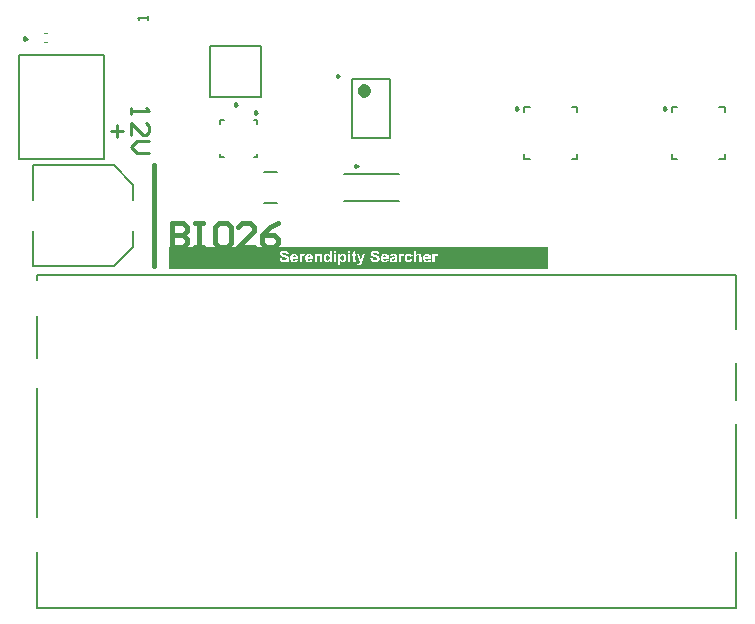
<source format=gto>
G04*
G04 #@! TF.GenerationSoftware,Altium Limited,Altium Designer,19.1.8 (144)*
G04*
G04 Layer_Color=65535*
%FSLAX25Y25*%
%MOIN*%
G70*
G01*
G75*
%ADD10C,0.00984*%
%ADD11C,0.02362*%
%ADD12C,0.00787*%
%ADD13C,0.01575*%
%ADD14C,0.01000*%
%ADD15C,0.00600*%
%ADD16R,0.01378X0.00197*%
%ADD17R,0.00492X0.03150*%
%ADD18R,0.01476X0.00197*%
G36*
X181102Y113779D02*
X54724D01*
Y121094D01*
X181102D01*
Y113779D01*
D02*
G37*
%LPC*%
G36*
X124854Y119913D02*
D01*
Y117169D01*
X124852Y117235D01*
X124849Y117297D01*
X124841Y117358D01*
X124830Y117415D01*
X124819Y117467D01*
X124805Y117516D01*
X124792Y117562D01*
X124778Y117603D01*
X124764Y117641D01*
X124751Y117674D01*
X124737Y117702D01*
X124726Y117726D01*
X124715Y117745D01*
X124707Y117759D01*
X124704Y117767D01*
X124701Y117770D01*
X124671Y117814D01*
X124642Y117857D01*
X124573Y117934D01*
X124538Y117969D01*
X124502Y117999D01*
X124469Y118029D01*
X124437Y118054D01*
X124404Y118078D01*
X124377Y118097D01*
X124349Y118114D01*
X124328Y118130D01*
X124308Y118141D01*
X124295Y118149D01*
X124287Y118152D01*
X124284Y118155D01*
X124232Y118182D01*
X124172Y118207D01*
X124109Y118234D01*
X124044Y118259D01*
X123907Y118305D01*
X123839Y118324D01*
X123773Y118346D01*
X123711Y118362D01*
X123653Y118379D01*
X123599Y118392D01*
X123552Y118406D01*
X123514Y118414D01*
X123487Y118422D01*
X123476Y118425D01*
X123468D01*
X123465Y118428D01*
X123462D01*
X123364Y118452D01*
X123271Y118477D01*
X123192Y118499D01*
X123118Y118523D01*
X123053Y118545D01*
X122995Y118567D01*
X122946Y118586D01*
X122903Y118605D01*
X122867Y118622D01*
X122837Y118635D01*
X122812Y118649D01*
X122793Y118660D01*
X122777Y118671D01*
X122769Y118676D01*
X122763Y118682D01*
X122760D01*
X122722Y118720D01*
X122695Y118758D01*
X122676Y118796D01*
X122662Y118832D01*
X122654Y118865D01*
X122651Y118889D01*
X122649Y118905D01*
Y118908D01*
Y118911D01*
X122651Y118938D01*
X122654Y118963D01*
X122668Y119009D01*
X122687Y119047D01*
X122709Y119080D01*
X122731Y119107D01*
X122750Y119127D01*
X122763Y119140D01*
X122769Y119143D01*
X122807Y119168D01*
X122845Y119189D01*
X122886Y119209D01*
X122930Y119225D01*
X123017Y119249D01*
X123099Y119266D01*
X123140Y119271D01*
X123176Y119274D01*
X123208Y119277D01*
X123235Y119280D01*
X123257Y119282D01*
X123347D01*
X123405Y119277D01*
X123454Y119271D01*
X123500Y119263D01*
X123544Y119252D01*
X123585Y119241D01*
X123620Y119230D01*
X123653Y119219D01*
X123680Y119206D01*
X123705Y119195D01*
X123727Y119184D01*
X123743Y119173D01*
X123757Y119165D01*
X123765Y119159D01*
X123771Y119157D01*
X123773Y119154D01*
X123803Y119129D01*
X123828Y119099D01*
X123874Y119034D01*
X123910Y118966D01*
X123940Y118897D01*
X123951Y118865D01*
X123959Y118834D01*
X123967Y118807D01*
X123973Y118783D01*
X123978Y118763D01*
X123981Y118750D01*
X123984Y118739D01*
Y118736D01*
X124745Y118769D01*
X124737Y118865D01*
X124723Y118955D01*
X124704Y119039D01*
X124677Y119118D01*
X124650Y119192D01*
X124617Y119260D01*
X124584Y119323D01*
X124549Y119378D01*
X124513Y119430D01*
X124480Y119473D01*
X124450Y119512D01*
X124423Y119542D01*
X124399Y119566D01*
X124382Y119585D01*
X124371Y119596D01*
X124366Y119599D01*
X124295Y119653D01*
X124218Y119703D01*
X124134Y119744D01*
X124049Y119782D01*
X123959Y119812D01*
X123869Y119836D01*
X123782Y119858D01*
X123697Y119875D01*
X123615Y119886D01*
X123541Y119896D01*
X123473Y119905D01*
X123413Y119907D01*
X123386Y119910D01*
X123364D01*
X123345Y119913D01*
X123296D01*
X123216Y119910D01*
X123140Y119907D01*
X123066Y119902D01*
X122995Y119891D01*
X122930Y119883D01*
X122870Y119872D01*
X122812Y119858D01*
X122760Y119847D01*
X122714Y119834D01*
X122673Y119823D01*
X122638Y119809D01*
X122608Y119801D01*
X122586Y119793D01*
X122567Y119784D01*
X122556Y119782D01*
X122553Y119779D01*
X122496Y119755D01*
X122444Y119725D01*
X122395Y119694D01*
X122348Y119664D01*
X122307Y119632D01*
X122269Y119602D01*
X122234Y119569D01*
X122201Y119539D01*
X122174Y119509D01*
X122149Y119484D01*
X122127Y119460D01*
X122111Y119438D01*
X122097Y119422D01*
X122089Y119408D01*
X122083Y119400D01*
X122081Y119397D01*
X122053Y119351D01*
X122029Y119301D01*
X122007Y119255D01*
X121988Y119206D01*
X121971Y119159D01*
X121958Y119116D01*
X121950Y119072D01*
X121939Y119034D01*
X121933Y118996D01*
X121928Y118960D01*
X121925Y118930D01*
X121922Y118905D01*
X121920Y118884D01*
Y118870D01*
Y118859D01*
Y118856D01*
X121922Y118774D01*
X121933Y118695D01*
X121952Y118619D01*
X121974Y118548D01*
X121999Y118482D01*
X122029Y118420D01*
X122062Y118362D01*
X122094Y118310D01*
X122124Y118261D01*
X122157Y118220D01*
X122187Y118182D01*
X122212Y118152D01*
X122234Y118130D01*
X122253Y118111D01*
X122264Y118100D01*
X122266Y118097D01*
X122318Y118056D01*
X122376Y118018D01*
X122438Y117980D01*
X122507Y117945D01*
X122575Y117912D01*
X122649Y117882D01*
X122720Y117854D01*
X122791Y117827D01*
X122856Y117805D01*
X122919Y117783D01*
X122976Y117764D01*
X123028Y117751D01*
X123069Y117740D01*
X123085Y117734D01*
X123099Y117732D01*
X123110Y117726D01*
X123118D01*
X123124Y117723D01*
X123126D01*
X123211Y117702D01*
X123290Y117682D01*
X123361Y117666D01*
X123424Y117650D01*
X123481Y117633D01*
X123530Y117620D01*
X123574Y117609D01*
X123612Y117598D01*
X123642Y117590D01*
X123670Y117581D01*
X123691Y117573D01*
X123711Y117568D01*
X123722Y117565D01*
X123732Y117562D01*
X123735Y117560D01*
X123738D01*
X123773Y117546D01*
X123806Y117532D01*
X123863Y117505D01*
X123913Y117475D01*
X123951Y117450D01*
X123978Y117426D01*
X123997Y117409D01*
X124011Y117399D01*
X124014Y117393D01*
X124041Y117358D01*
X124060Y117319D01*
X124074Y117281D01*
X124082Y117246D01*
X124090Y117213D01*
X124093Y117188D01*
Y117172D01*
Y117169D01*
Y117166D01*
X124090Y117128D01*
X124084Y117090D01*
X124076Y117057D01*
X124063Y117022D01*
X124033Y116962D01*
X124000Y116907D01*
X123981Y116885D01*
X123964Y116863D01*
X123948Y116847D01*
X123934Y116831D01*
X123921Y116820D01*
X123913Y116812D01*
X123907Y116806D01*
X123904Y116803D01*
X123869Y116776D01*
X123828Y116752D01*
X123784Y116732D01*
X123741Y116713D01*
X123694Y116700D01*
X123648Y116686D01*
X123558Y116667D01*
X123517Y116661D01*
X123476Y116656D01*
X123440Y116653D01*
X123410Y116650D01*
X123386Y116648D01*
X123350D01*
X123287Y116650D01*
X123227Y116656D01*
X123170Y116664D01*
X123115Y116675D01*
X123066Y116689D01*
X123023Y116702D01*
X122979Y116719D01*
X122943Y116735D01*
X122908Y116752D01*
X122881Y116768D01*
X122853Y116781D01*
X122834Y116795D01*
X122818Y116806D01*
X122807Y116814D01*
X122799Y116820D01*
X122796Y116823D01*
X122760Y116858D01*
X122725Y116896D01*
X122695Y116937D01*
X122668Y116981D01*
X122643Y117027D01*
X122621Y117074D01*
X122583Y117164D01*
X122569Y117205D01*
X122558Y117243D01*
X122548Y117278D01*
X122539Y117311D01*
X122534Y117336D01*
X122528Y117355D01*
X122526Y117366D01*
Y117371D01*
X121783Y117300D01*
D01*
X121800Y117186D01*
X121824Y117076D01*
X121851Y116975D01*
X121887Y116880D01*
X121922Y116795D01*
X121961Y116716D01*
X121999Y116642D01*
X122040Y116579D01*
X122078Y116522D01*
X122114Y116473D01*
X122149Y116429D01*
X122179Y116397D01*
X122204Y116369D01*
X122223Y116350D01*
X122234Y116337D01*
X122239Y116334D01*
X122316Y116277D01*
X122397Y116225D01*
X122485Y116181D01*
X122575Y116143D01*
X122665Y116110D01*
X122758Y116085D01*
X122848Y116064D01*
X122935Y116044D01*
X123017Y116031D01*
X123094Y116020D01*
X123164Y116014D01*
X123225Y116009D01*
X123249Y116006D01*
X123274D01*
X123293Y116004D01*
X121783D01*
D01*
X124854D01*
Y119913D01*
D02*
G37*
G36*
X94650D02*
X93091D01*
X93012Y119910D01*
X92935Y119907D01*
X92861Y119902D01*
X92791Y119891D01*
X92725Y119883D01*
X92665Y119872D01*
X92608Y119858D01*
X92556Y119847D01*
X92509Y119834D01*
X92468Y119823D01*
X92433Y119809D01*
X92403Y119801D01*
X92381Y119793D01*
X92362Y119784D01*
X92351Y119782D01*
X92348Y119779D01*
X92291Y119755D01*
X92239Y119725D01*
X92190Y119694D01*
X92144Y119664D01*
X92103Y119632D01*
X92064Y119602D01*
X92029Y119569D01*
X91996Y119539D01*
X91969Y119509D01*
X91944Y119484D01*
X91922Y119460D01*
X91906Y119438D01*
X91892Y119422D01*
X91884Y119408D01*
X91879Y119400D01*
X91876Y119397D01*
X91849Y119351D01*
X91824Y119301D01*
X91802Y119255D01*
X91783Y119206D01*
X91767Y119159D01*
X91753Y119116D01*
X91745Y119072D01*
X91734Y119034D01*
X91729Y118996D01*
X91723Y118960D01*
X91720Y118930D01*
X91718Y118905D01*
X91715Y118884D01*
Y118870D01*
Y118859D01*
Y118856D01*
X91718Y118774D01*
X91729Y118695D01*
X91748Y118619D01*
X91769Y118548D01*
X91794Y118482D01*
X91824Y118420D01*
X91857Y118362D01*
X91890Y118310D01*
X91920Y118261D01*
X91952Y118220D01*
X91983Y118182D01*
X92007Y118152D01*
X92029Y118130D01*
X92048Y118111D01*
X92059Y118100D01*
X92062Y118097D01*
X92114Y118056D01*
X92171Y118018D01*
X92234Y117980D01*
X92302Y117945D01*
X92370Y117912D01*
X92444Y117882D01*
X92515Y117854D01*
X92586Y117827D01*
X92651Y117805D01*
X92714Y117783D01*
X92772Y117764D01*
X92823Y117751D01*
X92864Y117740D01*
X92881Y117734D01*
X92894Y117732D01*
X92905Y117726D01*
X92913D01*
X92919Y117723D01*
X92922D01*
X93006Y117702D01*
X93085Y117682D01*
X93156Y117666D01*
X93219Y117650D01*
X93277Y117633D01*
X93326Y117620D01*
X93369Y117609D01*
X93407Y117598D01*
X93438Y117590D01*
X93465Y117581D01*
X93487Y117573D01*
X93506Y117568D01*
X93517Y117565D01*
X93528Y117562D01*
X93530Y117560D01*
X93533D01*
X93569Y117546D01*
X93601Y117532D01*
X93659Y117505D01*
X93708Y117475D01*
X93746Y117450D01*
X93773Y117426D01*
X93792Y117409D01*
X93806Y117399D01*
X93809Y117393D01*
X93836Y117358D01*
X93855Y117319D01*
X93869Y117281D01*
X93877Y117246D01*
X93885Y117213D01*
X93888Y117188D01*
Y117172D01*
Y117169D01*
Y117166D01*
X93885Y117128D01*
X93880Y117090D01*
X93872Y117057D01*
X93858Y117022D01*
X93828Y116962D01*
X93795Y116907D01*
X93776Y116885D01*
X93760Y116863D01*
X93743Y116847D01*
X93730Y116831D01*
X93716Y116820D01*
X93708Y116812D01*
X93702Y116806D01*
X93700Y116803D01*
X93664Y116776D01*
X93623Y116752D01*
X93580Y116732D01*
X93536Y116713D01*
X93489Y116700D01*
X93443Y116686D01*
X93353Y116667D01*
X93312Y116661D01*
X93271Y116656D01*
X93236Y116653D01*
X93205Y116650D01*
X93181Y116648D01*
X93146D01*
X93083Y116650D01*
X93023Y116656D01*
X92965Y116664D01*
X92911Y116675D01*
X92861Y116689D01*
X92818Y116702D01*
X92774Y116719D01*
X92739Y116735D01*
X92703Y116752D01*
X92676Y116768D01*
X92649Y116781D01*
X92629Y116795D01*
X92613Y116806D01*
X92602Y116814D01*
X92594Y116820D01*
X92591Y116823D01*
X92556Y116858D01*
X92520Y116896D01*
X92490Y116937D01*
X92463Y116981D01*
X92438Y117027D01*
X92417Y117074D01*
X92378Y117164D01*
X92365Y117205D01*
X92354Y117243D01*
X92343Y117278D01*
X92335Y117311D01*
X92329Y117336D01*
X92324Y117355D01*
X92321Y117366D01*
Y117371D01*
X91578Y117300D01*
D01*
X91595Y117186D01*
X91619Y117076D01*
X91647Y116975D01*
X91682Y116880D01*
X91718Y116795D01*
X91756Y116716D01*
X91794Y116642D01*
X91835Y116579D01*
X91873Y116522D01*
X91909Y116473D01*
X91944Y116429D01*
X91974Y116397D01*
X91999Y116369D01*
X92018Y116350D01*
X92029Y116337D01*
X92034Y116334D01*
X92111Y116277D01*
X92193Y116225D01*
X92280Y116181D01*
X92370Y116143D01*
X92460Y116110D01*
X92553Y116085D01*
X92643Y116064D01*
X92730Y116044D01*
X92812Y116031D01*
X92889Y116020D01*
X92960Y116014D01*
X93020Y116009D01*
X93044Y116006D01*
X93069D01*
X93088Y116004D01*
X91578D01*
X93137D01*
X93227Y116006D01*
X93315Y116009D01*
X93397Y116017D01*
X93473Y116025D01*
X93544Y116036D01*
X93612Y116047D01*
X93675Y116058D01*
X93732Y116072D01*
X93782Y116085D01*
X93828Y116096D01*
X93866Y116107D01*
X93896Y116118D01*
X93923Y116126D01*
X93943Y116135D01*
X93954Y116137D01*
X93956Y116140D01*
X94016Y116167D01*
X94074Y116197D01*
X94125Y116230D01*
X94175Y116266D01*
X94221Y116298D01*
X94262Y116334D01*
X94300Y116369D01*
X94336Y116402D01*
X94366Y116435D01*
X94393Y116465D01*
X94415Y116492D01*
X94434Y116514D01*
X94448Y116533D01*
X94459Y116550D01*
X94464Y116558D01*
X94467Y116560D01*
X94499Y116615D01*
X94527Y116667D01*
X94551Y116721D01*
X94573Y116776D01*
X94590Y116828D01*
X94606Y116877D01*
X94617Y116926D01*
X94628Y116973D01*
X94633Y117014D01*
X94639Y117052D01*
X94644Y117085D01*
X94647Y117115D01*
X94650Y117136D01*
Y116004D01*
D01*
D01*
Y117169D01*
X94647Y117235D01*
X94644Y117297D01*
X94636Y117358D01*
X94625Y117415D01*
X94614Y117467D01*
X94600Y117516D01*
X94587Y117562D01*
X94573Y117603D01*
X94560Y117641D01*
X94546Y117674D01*
X94532Y117702D01*
X94521Y117726D01*
X94511Y117745D01*
X94502Y117759D01*
X94499Y117767D01*
X94497Y117770D01*
X94467Y117814D01*
X94437Y117857D01*
X94368Y117934D01*
X94333Y117969D01*
X94297Y117999D01*
X94265Y118029D01*
X94232Y118054D01*
X94199Y118078D01*
X94172Y118097D01*
X94145Y118114D01*
X94123Y118130D01*
X94104Y118141D01*
X94090Y118149D01*
X94082Y118152D01*
X94079Y118155D01*
X94027Y118182D01*
X93967Y118207D01*
X93904Y118234D01*
X93839Y118259D01*
X93702Y118305D01*
X93634Y118324D01*
X93569Y118346D01*
X93506Y118362D01*
X93449Y118379D01*
X93394Y118392D01*
X93348Y118406D01*
X93309Y118414D01*
X93282Y118422D01*
X93271Y118425D01*
X93263D01*
X93260Y118428D01*
X93257D01*
X93159Y118452D01*
X93066Y118477D01*
X92987Y118499D01*
X92913Y118523D01*
X92848Y118545D01*
X92791Y118567D01*
X92741Y118586D01*
X92698Y118605D01*
X92662Y118622D01*
X92632Y118635D01*
X92608Y118649D01*
X92589Y118660D01*
X92572Y118671D01*
X92564Y118676D01*
X92558Y118682D01*
X92556D01*
X92518Y118720D01*
X92490Y118758D01*
X92471Y118796D01*
X92457Y118832D01*
X92449Y118865D01*
X92447Y118889D01*
X92444Y118905D01*
Y118908D01*
Y118911D01*
X92447Y118938D01*
X92449Y118963D01*
X92463Y119009D01*
X92482Y119047D01*
X92504Y119080D01*
X92526Y119107D01*
X92545Y119127D01*
X92558Y119140D01*
X92564Y119143D01*
X92602Y119168D01*
X92640Y119189D01*
X92681Y119209D01*
X92725Y119225D01*
X92812Y119249D01*
X92894Y119266D01*
X92935Y119271D01*
X92971Y119274D01*
X93003Y119277D01*
X93031Y119280D01*
X93053Y119282D01*
X93143D01*
X93200Y119277D01*
X93249Y119271D01*
X93296Y119263D01*
X93339Y119252D01*
X93380Y119241D01*
X93416Y119230D01*
X93449Y119219D01*
X93476Y119206D01*
X93500Y119195D01*
X93522Y119184D01*
X93539Y119173D01*
X93552Y119165D01*
X93560Y119159D01*
X93566Y119157D01*
X93569Y119154D01*
X93599Y119129D01*
X93623Y119099D01*
X93670Y119034D01*
X93705Y118966D01*
X93735Y118897D01*
X93746Y118865D01*
X93754Y118834D01*
X93762Y118807D01*
X93768Y118783D01*
X93773Y118763D01*
X93776Y118750D01*
X93779Y118739D01*
Y118736D01*
X94541Y118769D01*
X94532Y118865D01*
X94519Y118955D01*
X94499Y119039D01*
X94472Y119118D01*
X94445Y119192D01*
X94412Y119260D01*
X94379Y119323D01*
X94344Y119378D01*
X94308Y119430D01*
X94276Y119473D01*
X94246Y119512D01*
X94218Y119542D01*
X94194Y119566D01*
X94177Y119585D01*
X94166Y119596D01*
X94161Y119599D01*
X94090Y119653D01*
X94014Y119703D01*
X93929Y119744D01*
X93844Y119782D01*
X93754Y119812D01*
X93664Y119836D01*
X93577Y119858D01*
X93492Y119875D01*
X93410Y119886D01*
X93337Y119896D01*
X93268Y119905D01*
X93208Y119907D01*
X93181Y119910D01*
X93159D01*
X93140Y119913D01*
X94650D01*
D02*
G37*
G36*
X108941Y119850D02*
X106269D01*
X108218D01*
Y118488D01*
X108152Y118556D01*
X108087Y118613D01*
X108021Y118665D01*
X107953Y118709D01*
X107885Y118747D01*
X107819Y118777D01*
X107756Y118802D01*
X107694Y118824D01*
X107639Y118837D01*
X107587Y118851D01*
X107541Y118859D01*
X107500Y118865D01*
X107467Y118867D01*
X107442Y118870D01*
X107423D01*
X107331Y118867D01*
X107243Y118854D01*
X107161Y118837D01*
X107082Y118813D01*
X107008Y118785D01*
X106940Y118755D01*
X106877Y118723D01*
X106820Y118690D01*
X106768Y118654D01*
X106725Y118622D01*
X106684Y118591D01*
X106653Y118564D01*
X106626Y118540D01*
X106610Y118523D01*
X106596Y118512D01*
X106593Y118507D01*
X106536Y118436D01*
X106487Y118357D01*
X106443Y118275D01*
X106405Y118187D01*
X106375Y118100D01*
X106348Y118013D01*
X106326Y117925D01*
X106309Y117841D01*
X106296Y117762D01*
X106285Y117688D01*
X106280Y117620D01*
X106274Y117562D01*
X106271Y117538D01*
Y117513D01*
X106269Y117494D01*
Y117448D01*
X106271Y117325D01*
X106282Y117207D01*
X106299Y117098D01*
X106320Y116995D01*
X106348Y116902D01*
X106375Y116814D01*
X106405Y116735D01*
X106438Y116664D01*
X106468Y116599D01*
X106498Y116544D01*
X106528Y116498D01*
X106553Y116459D01*
X106574Y116429D01*
X106591Y116405D01*
X106602Y116394D01*
X106604Y116388D01*
X106670Y116323D01*
X106735Y116263D01*
X106804Y116214D01*
X106872Y116170D01*
X106940Y116132D01*
X107008Y116102D01*
X107074Y116077D01*
X107134Y116055D01*
X107191Y116042D01*
X107246Y116028D01*
X107292Y116020D01*
X107333Y116014D01*
X107366Y116012D01*
X107391Y116009D01*
X106269D01*
X107412D01*
X107500Y116014D01*
X107582Y116028D01*
X107661Y116044D01*
X107729Y116066D01*
X107759Y116077D01*
X107786Y116088D01*
X107811Y116096D01*
X107833Y116104D01*
X107849Y116113D01*
X107860Y116118D01*
X107868Y116124D01*
X107871D01*
X107915Y116146D01*
X107953Y116173D01*
X108029Y116227D01*
X108098Y116285D01*
X108158Y116342D01*
X108182Y116369D01*
X108204Y116394D01*
X108223Y116416D01*
X108240Y116435D01*
X108253Y116451D01*
X108262Y116462D01*
X108267Y116470D01*
X108270Y116473D01*
Y116072D01*
X108941D01*
Y116012D01*
Y119850D01*
D02*
G37*
G36*
X99506Y118870D02*
X99482D01*
X99419Y118867D01*
X99359Y118856D01*
X99307Y118843D01*
X99261Y118826D01*
X99222Y118810D01*
X99192Y118796D01*
X99181Y118791D01*
X99173Y118785D01*
X99171Y118783D01*
X99168D01*
X99143Y118763D01*
X99116Y118742D01*
X99089Y118717D01*
X99061Y118690D01*
X99010Y118630D01*
X98963Y118570D01*
X98922Y118512D01*
X98903Y118485D01*
X98889Y118463D01*
X98876Y118447D01*
X98867Y118430D01*
X98862Y118422D01*
X98859Y118420D01*
Y118810D01*
X98188D01*
D01*
D01*
Y116072D01*
X99962D01*
X98911D01*
Y116915D01*
Y116981D01*
Y117041D01*
X98914Y117156D01*
X98917Y117259D01*
X98919Y117355D01*
X98925Y117437D01*
X98930Y117513D01*
X98936Y117579D01*
X98941Y117636D01*
X98947Y117685D01*
X98952Y117726D01*
X98958Y117762D01*
X98963Y117789D01*
X98966Y117808D01*
X98969Y117822D01*
X98971Y117830D01*
Y117833D01*
X98982Y117871D01*
X98996Y117909D01*
X99010Y117942D01*
X99023Y117972D01*
X99037Y117999D01*
X99050Y118024D01*
X99075Y118067D01*
X99100Y118097D01*
X99119Y118119D01*
X99130Y118133D01*
X99135Y118136D01*
X99176Y118163D01*
X99220Y118185D01*
X99263Y118198D01*
X99304Y118209D01*
X99340Y118215D01*
X99370Y118220D01*
X99424D01*
X99454Y118215D01*
X99515Y118201D01*
X99572Y118182D01*
X99624Y118160D01*
X99670Y118138D01*
X99689Y118127D01*
X99706Y118119D01*
X99717Y118111D01*
X99727Y118106D01*
X99733Y118103D01*
X99736Y118100D01*
X99962Y118731D01*
X99919Y118755D01*
X99875Y118777D01*
X99831Y118796D01*
X99790Y118813D01*
X99708Y118837D01*
X99635Y118854D01*
X99602Y118859D01*
X99572Y118862D01*
X99547Y118865D01*
X99525Y118867D01*
X99506Y118870D01*
D02*
G37*
G36*
X112651D02*
X112578D01*
X112529Y118865D01*
X112436Y118851D01*
X112351Y118829D01*
X112313Y118818D01*
X112277Y118807D01*
X112244Y118794D01*
X112215Y118783D01*
X112190Y118772D01*
X112168Y118761D01*
X112152Y118753D01*
X112141Y118747D01*
X112133Y118744D01*
X112130Y118742D01*
X112051Y118690D01*
X111980Y118635D01*
X111920Y118578D01*
X111868Y118526D01*
X111846Y118501D01*
X111830Y118480D01*
X111813Y118458D01*
X111800Y118441D01*
X111789Y118425D01*
X111780Y118414D01*
X111778Y118409D01*
X111775Y118406D01*
Y118810D01*
X111101D01*
D01*
Y115032D01*
X111824D01*
Y116408D01*
X111862Y116369D01*
X111898Y116331D01*
X111936Y116298D01*
X111969Y116268D01*
X112004Y116238D01*
X112034Y116214D01*
X112092Y116173D01*
X112119Y116154D01*
X112141Y116140D01*
X112160Y116126D01*
X112176Y116115D01*
X112190Y116110D01*
X112201Y116104D01*
X112206Y116099D01*
X112209D01*
X112280Y116069D01*
X112351Y116047D01*
X112422Y116031D01*
X112487Y116020D01*
X112515Y116017D01*
X112542Y116014D01*
X112564Y116012D01*
X112586D01*
X112602Y116009D01*
X112624D01*
X112711Y116014D01*
X112796Y116025D01*
X112878Y116044D01*
X112952Y116069D01*
X113025Y116096D01*
X113091Y116129D01*
X113154Y116165D01*
X113211Y116200D01*
X113260Y116233D01*
X113306Y116268D01*
X113345Y116301D01*
X113377Y116328D01*
X113405Y116353D01*
X113421Y116372D01*
X113435Y116383D01*
X113438Y116388D01*
X113498Y116462D01*
X113549Y116544D01*
X113593Y116629D01*
X113631Y116716D01*
X113664Y116803D01*
X113691Y116893D01*
X113713Y116978D01*
X113732Y117063D01*
X113746Y117142D01*
X113757Y117216D01*
X113762Y117284D01*
X113768Y117341D01*
X113771Y117366D01*
Y117388D01*
X113773Y117407D01*
Y117213D01*
D01*
Y117453D01*
X113771Y117576D01*
X113760Y117691D01*
X113743Y117797D01*
X113722Y117898D01*
X113697Y117991D01*
X113667Y118078D01*
X113637Y118155D01*
X113607Y118226D01*
X113577Y118289D01*
X113547Y118343D01*
X113517Y118389D01*
X113492Y118428D01*
X113470Y118458D01*
X113454Y118480D01*
X113443Y118491D01*
X113440Y118496D01*
X113377Y118561D01*
X113309Y118619D01*
X113241Y118671D01*
X113173Y118712D01*
X113104Y118750D01*
X113036Y118780D01*
X112973Y118805D01*
X112911Y118824D01*
X112851Y118840D01*
X112799Y118851D01*
X112750Y118859D01*
X112709Y118865D01*
X112676Y118867D01*
X112651Y118870D01*
D02*
G37*
G36*
X144248Y118870D02*
D01*
Y116072D01*
X143197D01*
Y116915D01*
Y116981D01*
Y117041D01*
X143200Y117156D01*
X143203Y117259D01*
X143205Y117355D01*
X143211Y117437D01*
X143216Y117513D01*
X143222Y117579D01*
X143227Y117636D01*
X143233Y117685D01*
X143238Y117726D01*
X143244Y117762D01*
X143249Y117789D01*
X143252Y117808D01*
X143255Y117822D01*
X143257Y117830D01*
Y117833D01*
X143268Y117871D01*
X143282Y117909D01*
X143296Y117942D01*
X143309Y117972D01*
X143323Y117999D01*
X143336Y118024D01*
X143361Y118067D01*
X143386Y118097D01*
X143405Y118119D01*
X143416Y118133D01*
X143421Y118136D01*
X143462Y118163D01*
X143506Y118185D01*
X143550Y118198D01*
X143590Y118209D01*
X143626Y118215D01*
X143656Y118220D01*
X143710D01*
X143741Y118215D01*
X143801Y118201D01*
X143858Y118182D01*
X143910Y118160D01*
X143956Y118138D01*
X143975Y118127D01*
X143992Y118119D01*
X144003Y118111D01*
X144014Y118106D01*
X144019Y118103D01*
X144022Y118100D01*
X144248Y118731D01*
X144205Y118755D01*
X144161Y118777D01*
X144117Y118796D01*
X144076Y118813D01*
X143994Y118837D01*
X143921Y118854D01*
X143888Y118859D01*
X143858Y118862D01*
X143833Y118865D01*
X143812Y118867D01*
X143792Y118870D01*
X143768D01*
X143705Y118867D01*
X143645Y118856D01*
X143593Y118843D01*
X143547Y118826D01*
X143509Y118810D01*
X143479Y118796D01*
X143468Y118791D01*
X143459Y118785D01*
X143457Y118783D01*
X143454D01*
X143429Y118763D01*
X143402Y118742D01*
X143375Y118717D01*
X143347Y118690D01*
X143296Y118630D01*
X143249Y118570D01*
X143208Y118512D01*
X143189Y118485D01*
X143175Y118463D01*
X143162Y118447D01*
X143154Y118430D01*
X143148Y118422D01*
X143145Y118420D01*
Y118810D01*
X142474D01*
Y116072D01*
X144248D01*
Y118870D01*
D02*
G37*
G36*
X133102Y118870D02*
D01*
Y116072D01*
X132051D01*
Y116915D01*
Y116981D01*
Y117041D01*
X132053Y117156D01*
X132056Y117259D01*
X132059Y117355D01*
X132064Y117437D01*
X132070Y117513D01*
X132075Y117579D01*
X132081Y117636D01*
X132086Y117685D01*
X132092Y117726D01*
X132097Y117762D01*
X132103Y117789D01*
X132105Y117808D01*
X132108Y117822D01*
X132111Y117830D01*
Y117833D01*
X132122Y117871D01*
X132135Y117909D01*
X132149Y117942D01*
X132163Y117972D01*
X132176Y117999D01*
X132190Y118024D01*
X132214Y118067D01*
X132239Y118097D01*
X132258Y118119D01*
X132269Y118133D01*
X132274Y118136D01*
X132316Y118163D01*
X132359Y118185D01*
X132403Y118198D01*
X132444Y118209D01*
X132479Y118215D01*
X132509Y118220D01*
X132564D01*
X132594Y118215D01*
X132654Y118201D01*
X132711Y118182D01*
X132763Y118160D01*
X132810Y118138D01*
X132829Y118127D01*
X132845Y118119D01*
X132856Y118111D01*
X132867Y118106D01*
X132872Y118103D01*
X132875Y118100D01*
X133102Y118731D01*
X133058Y118755D01*
X133014Y118777D01*
X132971Y118796D01*
X132930Y118813D01*
X132848Y118837D01*
X132774Y118854D01*
X132741Y118859D01*
X132711Y118862D01*
X132687Y118865D01*
X132665Y118867D01*
X132646Y118870D01*
X132621D01*
X132559Y118867D01*
X132498Y118856D01*
X132447Y118843D01*
X132400Y118826D01*
X132362Y118810D01*
X132332Y118796D01*
X132321Y118791D01*
X132313Y118785D01*
X132310Y118783D01*
X132307D01*
X132283Y118763D01*
X132255Y118742D01*
X132228Y118717D01*
X132201Y118690D01*
X132149Y118630D01*
X132103Y118570D01*
X132062Y118512D01*
X132043Y118485D01*
X132029Y118463D01*
X132015Y118447D01*
X132007Y118430D01*
X132001Y118422D01*
X131999Y118420D01*
Y118810D01*
X131327D01*
Y116072D01*
X133102D01*
Y118870D01*
D02*
G37*
G36*
X135835D02*
D01*
Y117000D01*
X135122Y117120D01*
X135111Y117068D01*
X135097Y117022D01*
X135084Y116975D01*
X135070Y116937D01*
X135054Y116899D01*
X135037Y116866D01*
X135024Y116836D01*
X135007Y116812D01*
X134994Y116787D01*
X134980Y116768D01*
X134966Y116752D01*
X134955Y116738D01*
X134947Y116730D01*
X134939Y116721D01*
X134936Y116719D01*
X134934Y116716D01*
X134909Y116694D01*
X134882Y116678D01*
X134827Y116648D01*
X134770Y116629D01*
X134718Y116612D01*
X134669Y116604D01*
X134650Y116601D01*
X134633D01*
X134617Y116599D01*
X134598D01*
X134549Y116601D01*
X134500Y116607D01*
X134456Y116618D01*
X134412Y116629D01*
X134374Y116645D01*
X134338Y116661D01*
X134306Y116681D01*
X134276Y116700D01*
X134248Y116716D01*
X134224Y116735D01*
X134205Y116752D01*
X134188Y116768D01*
X134175Y116779D01*
X134166Y116790D01*
X134161Y116795D01*
X134158Y116798D01*
X134128Y116839D01*
X134104Y116885D01*
X134082Y116937D01*
X134063Y116992D01*
X134049Y117046D01*
X134035Y117104D01*
X134016Y117218D01*
X134008Y117270D01*
X134003Y117322D01*
X134000Y117366D01*
X133997Y117407D01*
X133994Y117439D01*
Y117464D01*
Y117480D01*
Y117486D01*
X133997Y117565D01*
X134003Y117639D01*
X134008Y117707D01*
X134019Y117770D01*
X134033Y117824D01*
X134046Y117876D01*
X134060Y117923D01*
X134076Y117964D01*
X134090Y117999D01*
X134104Y118029D01*
X134117Y118054D01*
X134131Y118076D01*
X134142Y118092D01*
X134147Y118103D01*
X134153Y118108D01*
X134155Y118111D01*
X134188Y118144D01*
X134221Y118174D01*
X134256Y118198D01*
X134292Y118220D01*
X134327Y118239D01*
X134363Y118253D01*
X134398Y118267D01*
X134434Y118275D01*
X134464Y118283D01*
X134494Y118289D01*
X134521Y118294D01*
X134543Y118297D01*
X134562Y118299D01*
X134590D01*
X134661Y118294D01*
X134726Y118283D01*
X134783Y118264D01*
X134830Y118245D01*
X134868Y118226D01*
X134898Y118207D01*
X134906Y118201D01*
X134915Y118196D01*
X134917Y118190D01*
X134920D01*
X134964Y118144D01*
X134999Y118095D01*
X135029Y118040D01*
X135051Y117988D01*
X135067Y117942D01*
X135073Y117920D01*
X135078Y117904D01*
X135081Y117887D01*
X135084Y117876D01*
X135086Y117871D01*
Y117868D01*
X135799Y117996D01*
X135772Y118076D01*
X135744Y118152D01*
X135712Y118220D01*
X135676Y118283D01*
X135643Y118343D01*
X135608Y118398D01*
X135572Y118447D01*
X135537Y118488D01*
X135504Y118526D01*
X135474Y118561D01*
X135447Y118589D01*
X135422Y118611D01*
X135400Y118630D01*
X135387Y118641D01*
X135376Y118649D01*
X135373Y118652D01*
X135316Y118690D01*
X135256Y118723D01*
X135190Y118753D01*
X135125Y118777D01*
X135059Y118799D01*
X134991Y118818D01*
X134928Y118832D01*
X134865Y118843D01*
X134808Y118851D01*
X134753Y118859D01*
X134704Y118865D01*
X134661Y118867D01*
X134628Y118870D01*
X134579D01*
X134467Y118865D01*
X134360Y118854D01*
X134262Y118834D01*
X134169Y118810D01*
X134082Y118783D01*
X134003Y118750D01*
X133932Y118714D01*
X133866Y118682D01*
X133806Y118646D01*
X133754Y118611D01*
X133711Y118578D01*
X133675Y118551D01*
X133648Y118526D01*
X133626Y118507D01*
X133615Y118496D01*
X133609Y118491D01*
X133547Y118417D01*
X133492Y118338D01*
X133443Y118253D01*
X133402Y118168D01*
X133369Y118078D01*
X133339Y117991D01*
X133315Y117906D01*
X133296Y117822D01*
X133282Y117743D01*
X133271Y117672D01*
X133263Y117606D01*
X133257Y117549D01*
X133255Y117524D01*
Y117502D01*
Y117483D01*
X133252Y117467D01*
Y117437D01*
X133255Y117314D01*
X133268Y117199D01*
X133285Y117090D01*
X133307Y116989D01*
X133334Y116896D01*
X133364Y116809D01*
X133397Y116730D01*
X133429Y116659D01*
X133462Y116596D01*
X133495Y116541D01*
X133525Y116495D01*
X133552Y116457D01*
X133574Y116424D01*
X133590Y116402D01*
X133604Y116391D01*
X133607Y116386D01*
X133678Y116320D01*
X133751Y116260D01*
X133828Y116211D01*
X133907Y116167D01*
X133986Y116132D01*
X134068Y116102D01*
X134145Y116077D01*
X134221Y116055D01*
X134292Y116042D01*
X134358Y116028D01*
X134415Y116020D01*
X134467Y116014D01*
X134508Y116012D01*
X134524D01*
X134538Y116009D01*
X133252D01*
D01*
X135835D01*
Y118870D01*
D02*
G37*
G36*
X105698D02*
Y117827D01*
X105695Y117882D01*
Y117934D01*
X105693Y117980D01*
X105690Y118024D01*
X105684Y118065D01*
X105682Y118100D01*
X105679Y118133D01*
X105673Y118163D01*
X105671Y118187D01*
X105668Y118209D01*
X105663Y118228D01*
X105660Y118242D01*
Y118250D01*
X105657Y118256D01*
Y118259D01*
X105638Y118321D01*
X105616Y118379D01*
X105594Y118428D01*
X105570Y118474D01*
X105548Y118510D01*
X105529Y118537D01*
X105523Y118548D01*
X105518Y118556D01*
X105512Y118559D01*
Y118561D01*
X105471Y118611D01*
X105422Y118652D01*
X105373Y118690D01*
X105324Y118723D01*
X105280Y118747D01*
X105261Y118758D01*
X105245Y118766D01*
X105231Y118774D01*
X105220Y118780D01*
X105215Y118783D01*
X105212D01*
X105136Y118813D01*
X105062Y118834D01*
X104988Y118848D01*
X104920Y118859D01*
X104890Y118862D01*
X104863Y118865D01*
X104838Y118867D01*
X104816Y118870D01*
X103200D01*
X104775D01*
X104674Y118865D01*
X104579Y118851D01*
X104489Y118826D01*
X104404Y118796D01*
X104325Y118763D01*
X104248Y118723D01*
X104180Y118682D01*
X104120Y118638D01*
X104063Y118594D01*
X104014Y118553D01*
X103973Y118512D01*
X103937Y118480D01*
X103907Y118450D01*
X103888Y118425D01*
X103877Y118411D01*
X103872Y118406D01*
Y118810D01*
X103200D01*
D01*
Y116072D01*
X103923D01*
Y117308D01*
Y117390D01*
X103926Y117467D01*
X103929Y117538D01*
X103932Y117601D01*
X103937Y117658D01*
X103940Y117710D01*
X103945Y117753D01*
X103951Y117794D01*
X103956Y117830D01*
X103962Y117860D01*
X103964Y117885D01*
X103970Y117904D01*
X103973Y117917D01*
X103975Y117928D01*
X103978Y117934D01*
Y117936D01*
X104003Y117996D01*
X104033Y118051D01*
X104068Y118100D01*
X104101Y118138D01*
X104134Y118171D01*
X104158Y118193D01*
X104169Y118201D01*
X104177Y118207D01*
X104180Y118212D01*
X104183D01*
X104240Y118248D01*
X104300Y118272D01*
X104358Y118291D01*
X104409Y118302D01*
X104456Y118310D01*
X104475Y118313D01*
X104491D01*
X104505Y118316D01*
X104524D01*
X104576Y118313D01*
X104625Y118305D01*
X104669Y118291D01*
X104704Y118280D01*
X104734Y118267D01*
X104756Y118253D01*
X104770Y118245D01*
X104775Y118242D01*
X104811Y118212D01*
X104843Y118182D01*
X104868Y118147D01*
X104890Y118114D01*
X104906Y118087D01*
X104917Y118062D01*
X104923Y118045D01*
X104925Y118043D01*
Y118040D01*
X104934Y118013D01*
X104942Y117977D01*
X104947Y117939D01*
X104953Y117895D01*
X104958Y117849D01*
X104964Y117800D01*
X104969Y117704D01*
X104972Y117658D01*
Y117614D01*
Y117573D01*
X104974Y117538D01*
Y117508D01*
Y117486D01*
Y117472D01*
Y117467D01*
Y116072D01*
X104449D01*
X105698D01*
Y118870D01*
D02*
G37*
G36*
X138838Y119850D02*
D01*
Y117743D01*
X138835Y117805D01*
Y117863D01*
X138832Y117917D01*
X138829Y117964D01*
X138827Y118010D01*
X138821Y118048D01*
X138818Y118084D01*
X138816Y118116D01*
X138810Y118144D01*
X138807Y118166D01*
X138805Y118185D01*
X138802Y118198D01*
Y118209D01*
X138799Y118215D01*
Y118218D01*
X138783Y118283D01*
X138761Y118343D01*
X138736Y118398D01*
X138715Y118444D01*
X138693Y118485D01*
X138682Y118501D01*
X138674Y118515D01*
X138668Y118526D01*
X138663Y118534D01*
X138657Y118537D01*
Y118540D01*
X138616Y118591D01*
X138567Y118638D01*
X138518Y118679D01*
X138469Y118712D01*
X138423Y118739D01*
X138403Y118753D01*
X138387Y118761D01*
X138373Y118769D01*
X138362Y118772D01*
X138357Y118777D01*
X138354D01*
X138278Y118807D01*
X138201Y118832D01*
X138125Y118848D01*
X138057Y118859D01*
X138024Y118862D01*
X137997Y118865D01*
X137969Y118867D01*
X137947Y118870D01*
X137907D01*
X137817Y118865D01*
X137729Y118854D01*
X137647Y118832D01*
X137571Y118805D01*
X137497Y118774D01*
X137426Y118739D01*
X137363Y118703D01*
X137303Y118665D01*
X137251Y118624D01*
X137205Y118589D01*
X137164Y118553D01*
X137131Y118523D01*
X137104Y118496D01*
X137085Y118477D01*
X137074Y118463D01*
X137068Y118458D01*
Y119850D01*
X136345D01*
Y116072D01*
X138838D01*
Y119850D01*
D02*
G37*
G36*
X101344Y118870D02*
X101316D01*
X101215Y118865D01*
X101120Y118854D01*
X101030Y118834D01*
X100945Y118810D01*
X100866Y118780D01*
X100792Y118747D01*
X100724Y118712D01*
X100661Y118676D01*
X100607Y118641D01*
X100557Y118605D01*
X100514Y118572D01*
X100478Y118542D01*
X100451Y118518D01*
X100432Y118499D01*
X100421Y118488D01*
X100415Y118482D01*
X100353Y118406D01*
X100298Y118327D01*
X100252Y118242D01*
X100211Y118155D01*
X100175Y118065D01*
X100148Y117977D01*
X100123Y117890D01*
X100104Y117805D01*
X100091Y117726D01*
X100080Y117652D01*
X100072Y117587D01*
X100066Y117530D01*
X100063Y117505D01*
Y117483D01*
Y117464D01*
X100061Y117448D01*
Y117450D01*
Y117448D01*
Y117418D01*
X100063Y117314D01*
X100072Y117213D01*
X100085Y117117D01*
X100104Y117030D01*
X100123Y116945D01*
X100145Y116869D01*
X100170Y116798D01*
X100197Y116732D01*
X100222Y116672D01*
X100246Y116621D01*
X100268Y116577D01*
X100290Y116541D01*
X100306Y116511D01*
X100320Y116489D01*
X100328Y116479D01*
X100331Y116473D01*
X100399Y116391D01*
X100476Y116320D01*
X100555Y116257D01*
X100639Y116206D01*
X100727Y116159D01*
X100814Y116124D01*
X100901Y116091D01*
X100986Y116066D01*
X101068Y116047D01*
X101144Y116033D01*
X101210Y116023D01*
X101270Y116017D01*
X101297Y116014D01*
X101319Y116012D01*
X101338D01*
X101357Y116009D01*
X102619D01*
X101387D01*
X101469Y116012D01*
X101548Y116017D01*
X101625Y116028D01*
X101696Y116042D01*
X101761Y116055D01*
X101824Y116075D01*
X101879Y116094D01*
X101931Y116113D01*
X101977Y116132D01*
X102021Y116148D01*
X102053Y116167D01*
X102084Y116181D01*
X102108Y116195D01*
X102124Y116206D01*
X102135Y116211D01*
X102138Y116214D01*
X102193Y116255D01*
X102245Y116298D01*
X102291Y116348D01*
X102335Y116397D01*
X102373Y116446D01*
X102411Y116498D01*
X102444Y116547D01*
X102471Y116596D01*
X102498Y116640D01*
X102520Y116683D01*
X102539Y116721D01*
X102553Y116754D01*
X102567Y116781D01*
X102575Y116803D01*
X102578Y116814D01*
X102580Y116820D01*
X101860Y116940D01*
X101835Y116866D01*
X101808Y116806D01*
X101778Y116754D01*
X101748Y116713D01*
X101723Y116681D01*
X101701Y116659D01*
X101688Y116645D01*
X101685Y116640D01*
X101682D01*
X101636Y116610D01*
X101589Y116588D01*
X101540Y116571D01*
X101497Y116560D01*
X101456Y116555D01*
X101426Y116552D01*
X101412Y116550D01*
X101395D01*
X101349Y116552D01*
X101305Y116558D01*
X101265Y116566D01*
X101224Y116577D01*
X101153Y116607D01*
X101120Y116621D01*
X101093Y116640D01*
X101065Y116656D01*
X101043Y116670D01*
X101022Y116686D01*
X101005Y116700D01*
X100991Y116711D01*
X100983Y116719D01*
X100978Y116724D01*
X100975Y116727D01*
X100945Y116762D01*
X100920Y116801D01*
X100899Y116842D01*
X100877Y116883D01*
X100860Y116923D01*
X100847Y116964D01*
X100828Y117046D01*
X100820Y117085D01*
X100814Y117117D01*
X100809Y117150D01*
X100806Y117177D01*
Y117199D01*
X100803Y117216D01*
Y117227D01*
Y117229D01*
X102619D01*
X102616Y117379D01*
X102608Y117521D01*
X102591Y117652D01*
X102572Y117772D01*
X102545Y117885D01*
X102518Y117985D01*
X102485Y118078D01*
X102452Y118160D01*
X102419Y118231D01*
X102389Y118294D01*
X102359Y118346D01*
X102332Y118389D01*
X102310Y118422D01*
X102294Y118447D01*
X102280Y118461D01*
X102277Y118466D01*
X102209Y118537D01*
X102135Y118600D01*
X102059Y118654D01*
X101980Y118701D01*
X101898Y118739D01*
X101819Y118772D01*
X101740Y118799D01*
X101666Y118821D01*
X101595Y118837D01*
X101527Y118848D01*
X101469Y118859D01*
X101417Y118865D01*
X101374Y118867D01*
X101357D01*
X101344Y118870D01*
D02*
G37*
G36*
X96356D02*
X96329D01*
X96228Y118865D01*
X96132Y118854D01*
X96042Y118834D01*
X95957Y118810D01*
X95878Y118780D01*
X95805Y118747D01*
X95736Y118712D01*
X95673Y118676D01*
X95619Y118641D01*
X95570Y118605D01*
X95526Y118572D01*
X95490Y118542D01*
X95463Y118518D01*
X95444Y118499D01*
X95433Y118488D01*
X95428Y118482D01*
X95365Y118406D01*
X95310Y118327D01*
X95264Y118242D01*
X95223Y118155D01*
X95187Y118065D01*
X95160Y117977D01*
X95136Y117890D01*
X95117Y117805D01*
X95103Y117726D01*
X95092Y117652D01*
X95084Y117587D01*
X95078Y117530D01*
X95076Y117505D01*
Y117483D01*
Y117464D01*
X95073Y117448D01*
D01*
Y117418D01*
X95076Y117314D01*
X95084Y117213D01*
X95097Y117117D01*
X95117Y117030D01*
X95136Y116945D01*
X95157Y116869D01*
X95182Y116798D01*
X95209Y116732D01*
X95234Y116672D01*
X95258Y116621D01*
X95280Y116577D01*
X95302Y116541D01*
X95319Y116511D01*
X95332Y116489D01*
X95340Y116479D01*
X95343Y116473D01*
X95411Y116391D01*
X95488Y116320D01*
X95567Y116257D01*
X95652Y116206D01*
X95739Y116159D01*
X95826Y116124D01*
X95914Y116091D01*
X95998Y116066D01*
X96080Y116047D01*
X96157Y116033D01*
X96222Y116023D01*
X96282Y116017D01*
X96310Y116014D01*
X96331Y116012D01*
X96351D01*
X96370Y116009D01*
X97631D01*
X96400D01*
X96482Y116012D01*
X96561Y116017D01*
X96637Y116028D01*
X96708Y116042D01*
X96774Y116055D01*
X96836Y116075D01*
X96891Y116094D01*
X96943Y116113D01*
X96989Y116132D01*
X97033Y116148D01*
X97066Y116167D01*
X97096Y116181D01*
X97120Y116195D01*
X97137Y116206D01*
X97148Y116211D01*
X97150Y116214D01*
X97205Y116255D01*
X97257Y116298D01*
X97303Y116348D01*
X97347Y116397D01*
X97385Y116446D01*
X97423Y116498D01*
X97456Y116547D01*
X97483Y116596D01*
X97511Y116640D01*
X97533Y116683D01*
X97552Y116721D01*
X97565Y116754D01*
X97579Y116781D01*
X97587Y116803D01*
X97590Y116814D01*
X97593Y116820D01*
X96872Y116940D01*
X96847Y116866D01*
X96820Y116806D01*
X96790Y116754D01*
X96760Y116713D01*
X96735Y116681D01*
X96714Y116659D01*
X96700Y116645D01*
X96697Y116640D01*
X96694D01*
X96648Y116610D01*
X96602Y116588D01*
X96552Y116571D01*
X96509Y116560D01*
X96468Y116555D01*
X96438Y116552D01*
X96424Y116550D01*
X96408D01*
X96361Y116552D01*
X96318Y116558D01*
X96277Y116566D01*
X96236Y116577D01*
X96165Y116607D01*
X96132Y116621D01*
X96105Y116640D01*
X96078Y116656D01*
X96056Y116670D01*
X96034Y116686D01*
X96017Y116700D01*
X96004Y116711D01*
X95996Y116719D01*
X95990Y116724D01*
X95987Y116727D01*
X95957Y116762D01*
X95933Y116801D01*
X95911Y116842D01*
X95889Y116883D01*
X95873Y116923D01*
X95859Y116964D01*
X95840Y117046D01*
X95832Y117085D01*
X95826Y117117D01*
X95821Y117150D01*
X95818Y117177D01*
Y117199D01*
X95815Y117216D01*
Y117227D01*
Y117229D01*
X97631D01*
X97628Y117379D01*
X97620Y117521D01*
X97603Y117652D01*
X97584Y117772D01*
X97557Y117885D01*
X97530Y117985D01*
X97497Y118078D01*
X97464Y118160D01*
X97432Y118231D01*
X97401Y118294D01*
X97372Y118346D01*
X97344Y118389D01*
X97322Y118422D01*
X97306Y118447D01*
X97292Y118461D01*
X97290Y118466D01*
X97221Y118537D01*
X97148Y118600D01*
X97071Y118654D01*
X96992Y118701D01*
X96910Y118739D01*
X96831Y118772D01*
X96752Y118799D01*
X96678Y118821D01*
X96607Y118837D01*
X96539Y118848D01*
X96482Y118859D01*
X96430Y118865D01*
X96386Y118867D01*
X96370D01*
X96356Y118870D01*
D02*
G37*
G36*
X113773Y117213D02*
Y116085D01*
D01*
Y117213D01*
D02*
G37*
G36*
X115070Y119850D02*
X114347D01*
Y116072D01*
X115070D01*
Y118810D01*
X114347D01*
Y119181D01*
X115070D01*
Y119850D01*
D02*
G37*
G36*
X110380D02*
X109657D01*
Y116072D01*
X110380D01*
Y118810D01*
X109657D01*
Y119181D01*
X110380D01*
Y119850D01*
D02*
G37*
G36*
X141917Y118870D02*
D01*
Y116009D01*
X140686D01*
X140768Y116012D01*
X140847Y116017D01*
X140923Y116028D01*
X140994Y116042D01*
X141060Y116055D01*
X141122Y116075D01*
X141177Y116094D01*
X141229Y116113D01*
X141275Y116132D01*
X141319Y116148D01*
X141352Y116167D01*
X141382Y116181D01*
X141406Y116195D01*
X141423Y116206D01*
X141434Y116211D01*
X141436Y116214D01*
X141491Y116255D01*
X141543Y116298D01*
X141589Y116348D01*
X141633Y116397D01*
X141671Y116446D01*
X141709Y116498D01*
X141742Y116547D01*
X141770Y116596D01*
X141797Y116640D01*
X141819Y116683D01*
X141838Y116721D01*
X141851Y116754D01*
X141865Y116782D01*
X141873Y116803D01*
X141876Y116814D01*
X141879Y116820D01*
X141158Y116940D01*
X141133Y116866D01*
X141106Y116806D01*
X141076Y116754D01*
X141046Y116713D01*
X141022Y116681D01*
X141000Y116659D01*
X140986Y116645D01*
X140983Y116640D01*
X140981D01*
X140934Y116610D01*
X140888Y116588D01*
X140839Y116571D01*
X140795Y116560D01*
X140754Y116555D01*
X140724Y116552D01*
X140710Y116550D01*
X140694D01*
X140647Y116552D01*
X140604Y116558D01*
X140563Y116566D01*
X140522Y116577D01*
X140451Y116607D01*
X140418Y116621D01*
X140391Y116640D01*
X140364Y116656D01*
X140342Y116670D01*
X140320Y116686D01*
X140304Y116700D01*
X140290Y116711D01*
X140282Y116719D01*
X140276Y116724D01*
X140273Y116727D01*
X140243Y116762D01*
X140219Y116801D01*
X140197Y116842D01*
X140175Y116883D01*
X140159Y116923D01*
X140145Y116964D01*
X140126Y117046D01*
X140118Y117085D01*
X140112Y117117D01*
X140107Y117150D01*
X140104Y117177D01*
Y117199D01*
X140102Y117216D01*
Y117227D01*
Y117229D01*
X141917Y117229D01*
X141914Y117379D01*
X141906Y117521D01*
X141890Y117652D01*
X141870Y117773D01*
X141843Y117885D01*
X141816Y117985D01*
X141783Y118078D01*
X141750Y118160D01*
X141718Y118231D01*
X141688Y118294D01*
X141658Y118346D01*
X141630Y118389D01*
X141608Y118422D01*
X141592Y118447D01*
X141578Y118461D01*
X141576Y118466D01*
X141507Y118537D01*
X141434Y118600D01*
X141357Y118654D01*
X141278Y118701D01*
X141196Y118739D01*
X141117Y118772D01*
X141038Y118799D01*
X140964Y118821D01*
X140893Y118837D01*
X140825Y118848D01*
X140768Y118859D01*
X140716Y118865D01*
X140672Y118867D01*
X140656D01*
X140642Y118870D01*
X140615D01*
X140514Y118865D01*
X140418Y118854D01*
X140328Y118834D01*
X140243Y118810D01*
X140164Y118780D01*
X140091Y118747D01*
X140022Y118712D01*
X139960Y118676D01*
X139905Y118641D01*
X139856Y118605D01*
X139812Y118572D01*
X139777Y118542D01*
X139749Y118518D01*
X139730Y118499D01*
X139719Y118488D01*
X139714Y118482D01*
X139651Y118406D01*
X139596Y118327D01*
X139550Y118242D01*
X139509Y118155D01*
X139474Y118065D01*
X139446Y117977D01*
X139422Y117890D01*
X139403Y117805D01*
X139389Y117726D01*
X139378Y117652D01*
X139370Y117587D01*
X139364Y117530D01*
X139362Y117505D01*
Y117483D01*
Y117464D01*
X139359Y117448D01*
Y117418D01*
X139362Y117314D01*
X139370Y117213D01*
X139383Y117117D01*
X139403Y117030D01*
X139422Y116945D01*
X139444Y116869D01*
X139468Y116798D01*
X139495Y116732D01*
X139520Y116672D01*
X139544Y116621D01*
X139566Y116577D01*
X139588Y116541D01*
X139605Y116511D01*
X139618Y116489D01*
X139626Y116479D01*
X139629Y116473D01*
X139697Y116391D01*
X139774Y116320D01*
X139853Y116257D01*
X139938Y116206D01*
X140025Y116159D01*
X140112Y116124D01*
X140200Y116091D01*
X140284Y116066D01*
X140366Y116047D01*
X140443Y116033D01*
X140508Y116023D01*
X140568Y116017D01*
X140596Y116014D01*
X140617Y116012D01*
X140637D01*
X140656Y116009D01*
X141917D01*
Y118870D01*
D02*
G37*
G36*
X130803Y118870D02*
X129495D01*
X129397Y118867D01*
X129307Y118862D01*
X129222Y118851D01*
X129143Y118840D01*
X129072Y118826D01*
X129004Y118810D01*
X128944Y118791D01*
X128892Y118774D01*
X128843Y118755D01*
X128802Y118736D01*
X128767Y118720D01*
X128739Y118706D01*
X128717Y118695D01*
X128701Y118684D01*
X128690Y118679D01*
X128687Y118676D01*
X128638Y118638D01*
X128595Y118597D01*
X128551Y118551D01*
X128515Y118504D01*
X128480Y118455D01*
X128450Y118406D01*
X128420Y118359D01*
X128395Y118310D01*
X128376Y118267D01*
X128357Y118226D01*
X128341Y118187D01*
X128330Y118155D01*
X128319Y118127D01*
X128313Y118106D01*
X128311Y118095D01*
X128308Y118089D01*
X128966Y117972D01*
X128993Y118037D01*
X129020Y118095D01*
X129050Y118141D01*
X129078Y118177D01*
X129100Y118204D01*
X129121Y118226D01*
X129132Y118237D01*
X129138Y118239D01*
X129182Y118264D01*
X129231Y118283D01*
X129282Y118297D01*
X129332Y118308D01*
X129373Y118313D01*
X129392D01*
X129408Y118316D01*
X129493D01*
X129539Y118313D01*
X129583Y118308D01*
X129624Y118302D01*
X129659Y118294D01*
X129689Y118289D01*
X129719Y118280D01*
X129744Y118272D01*
X129766Y118261D01*
X129782Y118253D01*
X129798Y118248D01*
X129809Y118239D01*
X129820Y118234D01*
X129826Y118228D01*
X129831Y118226D01*
X129850Y118207D01*
X129867Y118187D01*
X129891Y118141D01*
X129910Y118092D01*
X129921Y118043D01*
X129929Y117999D01*
X129932Y117980D01*
Y117961D01*
X129935Y117947D01*
Y117936D01*
Y117931D01*
Y117928D01*
Y117857D01*
X129894Y117841D01*
X129848Y117824D01*
X129796Y117808D01*
X129741Y117794D01*
X129626Y117764D01*
X129509Y117734D01*
X129455Y117723D01*
X129403Y117712D01*
X129353Y117702D01*
X129313Y117693D01*
X129280Y117685D01*
X129252Y117682D01*
X129236Y117677D01*
X129231D01*
X129162Y117663D01*
X129097Y117650D01*
X129037Y117636D01*
X128982Y117620D01*
X128930Y117606D01*
X128884Y117592D01*
X128840Y117579D01*
X128802Y117565D01*
X128767Y117554D01*
X128736Y117543D01*
X128712Y117532D01*
X128693Y117524D01*
X128676Y117519D01*
X128663Y117513D01*
X128657Y117508D01*
X128655D01*
X128584Y117470D01*
X128521Y117423D01*
X128469Y117377D01*
X128425Y117333D01*
X128390Y117292D01*
X128365Y117259D01*
X128354Y117246D01*
X128349Y117237D01*
X128346Y117232D01*
X128343Y117229D01*
X128308Y117161D01*
X128281Y117090D01*
X128261Y117019D01*
X128248Y116956D01*
X128242Y116926D01*
X128240Y116899D01*
X128237Y116877D01*
Y116855D01*
X128234Y116839D01*
Y116817D01*
X128237Y116754D01*
X128245Y116692D01*
X128256Y116634D01*
X128272Y116579D01*
X128291Y116528D01*
X128311Y116481D01*
X128332Y116438D01*
X128357Y116397D01*
X128379Y116361D01*
X128401Y116328D01*
X128420Y116301D01*
X128439Y116279D01*
X128455Y116263D01*
X128466Y116249D01*
X128474Y116241D01*
X128477Y116238D01*
X128524Y116197D01*
X128575Y116162D01*
X128630Y116132D01*
X128685Y116104D01*
X128739Y116083D01*
X128794Y116066D01*
X128848Y116050D01*
X128900Y116039D01*
X128952Y116028D01*
X128996Y116020D01*
X129037Y116017D01*
X129072Y116012D01*
X129102D01*
X129124Y116009D01*
X129143D01*
X129231Y116012D01*
X129315Y116023D01*
X129392Y116036D01*
X129427Y116044D01*
X129460Y116055D01*
X129487Y116064D01*
X129515Y116072D01*
X129536Y116077D01*
X129558Y116085D01*
X129572Y116091D01*
X129586Y116096D01*
X129591Y116099D01*
X129594D01*
X129673Y116137D01*
X129747Y116178D01*
X129815Y116225D01*
X129872Y116268D01*
X129900Y116287D01*
X129921Y116306D01*
X129943Y116326D01*
X129959Y116339D01*
X129973Y116353D01*
X129984Y116361D01*
X129990Y116367D01*
X129992Y116369D01*
X129995Y116358D01*
X129998Y116348D01*
X130006Y116320D01*
X130011Y116306D01*
X130014Y116296D01*
X130017Y116287D01*
Y116285D01*
X130031Y116235D01*
X130044Y116192D01*
X130058Y116156D01*
X130069Y116126D01*
X130077Y116102D01*
X130082Y116085D01*
X130088Y116075D01*
Y116072D01*
X130803D01*
X130770Y116143D01*
X130743Y116211D01*
X130719Y116274D01*
X130702Y116328D01*
X130688Y116372D01*
X130683Y116391D01*
X130680Y116408D01*
X130675Y116421D01*
Y116429D01*
X130672Y116435D01*
Y116438D01*
X130667Y116473D01*
X130661Y116508D01*
X130656Y116550D01*
X130653Y116593D01*
X130648Y116681D01*
X130645Y116768D01*
X130642Y116809D01*
Y116847D01*
X130639Y116880D01*
Y116910D01*
Y116934D01*
Y116954D01*
Y116967D01*
Y116970D01*
X130650Y117814D01*
Y117898D01*
X130645Y117977D01*
X130642Y118048D01*
X130634Y118114D01*
X130628Y118174D01*
X130620Y118226D01*
X130609Y118275D01*
X130601Y118316D01*
X130593Y118351D01*
X130582Y118381D01*
X130574Y118409D01*
X130568Y118428D01*
X130560Y118444D01*
X130557Y118455D01*
X130552Y118461D01*
Y118463D01*
X130533Y118496D01*
X130511Y118526D01*
X130459Y118583D01*
X130404Y118632D01*
X130350Y118676D01*
X130298Y118709D01*
X130276Y118723D01*
X130257Y118734D01*
X130241Y118744D01*
X130230Y118750D01*
X130222Y118755D01*
X130219D01*
X130173Y118774D01*
X130121Y118794D01*
X130063Y118810D01*
X130006Y118821D01*
X129886Y118843D01*
X129826Y118851D01*
X129768Y118856D01*
X129714Y118862D01*
X129662Y118865D01*
X129615Y118867D01*
X129575D01*
X129542Y118870D01*
X130803D01*
Y116009D01*
D01*
Y118870D01*
D02*
G37*
G36*
X127836D02*
D01*
Y116009D01*
X126604D01*
X126686Y116012D01*
X126765Y116017D01*
X126842Y116028D01*
X126913Y116042D01*
X126978Y116055D01*
X127041Y116075D01*
X127096Y116094D01*
X127148Y116113D01*
X127194Y116132D01*
X127238Y116148D01*
X127270Y116167D01*
X127301Y116181D01*
X127325Y116195D01*
X127341Y116206D01*
X127352Y116211D01*
X127355Y116214D01*
X127410Y116255D01*
X127462Y116298D01*
X127508Y116348D01*
X127552Y116397D01*
X127590Y116446D01*
X127628Y116498D01*
X127661Y116547D01*
X127688Y116596D01*
X127716Y116640D01*
X127737Y116683D01*
X127756Y116721D01*
X127770Y116754D01*
X127784Y116781D01*
X127792Y116803D01*
X127795Y116814D01*
X127797Y116820D01*
X127077Y116940D01*
X127052Y116866D01*
X127025Y116806D01*
X126995Y116754D01*
X126965Y116713D01*
X126940Y116681D01*
X126918Y116659D01*
X126905Y116645D01*
X126902Y116640D01*
X126899D01*
X126853Y116610D01*
X126806Y116588D01*
X126757Y116571D01*
X126714Y116560D01*
X126673Y116555D01*
X126643Y116552D01*
X126629Y116550D01*
X126612D01*
X126566Y116552D01*
X126522Y116558D01*
X126481Y116566D01*
X126441Y116577D01*
X126370Y116607D01*
X126337Y116621D01*
X126310Y116640D01*
X126282Y116656D01*
X126260Y116670D01*
X126239Y116686D01*
X126222Y116700D01*
X126208Y116711D01*
X126200Y116719D01*
X126195Y116724D01*
X126192Y116727D01*
X126162Y116762D01*
X126137Y116801D01*
X126116Y116842D01*
X126094Y116883D01*
X126077Y116923D01*
X126064Y116964D01*
X126045Y117046D01*
X126037Y117085D01*
X126031Y117117D01*
X126026Y117150D01*
X126023Y117177D01*
Y117199D01*
X126020Y117216D01*
Y117227D01*
Y117229D01*
X127836D01*
X127833Y117379D01*
X127825Y117521D01*
X127808Y117652D01*
X127789Y117772D01*
X127762Y117885D01*
X127735Y117985D01*
X127702Y118078D01*
X127669Y118160D01*
X127636Y118231D01*
X127606Y118294D01*
X127576Y118346D01*
X127549Y118389D01*
X127527Y118422D01*
X127511Y118447D01*
X127497Y118461D01*
X127494Y118466D01*
X127426Y118537D01*
X127352Y118600D01*
X127276Y118654D01*
X127197Y118701D01*
X127115Y118739D01*
X127036Y118772D01*
X126956Y118799D01*
X126883Y118821D01*
X126812Y118837D01*
X126744Y118848D01*
X126686Y118859D01*
X126634Y118865D01*
X126591Y118867D01*
X126574D01*
X126561Y118870D01*
X126533D01*
X126432Y118865D01*
X126337Y118854D01*
X126247Y118834D01*
X126162Y118810D01*
X126083Y118780D01*
X126009Y118747D01*
X125941Y118712D01*
X125878Y118676D01*
X125824Y118641D01*
X125774Y118605D01*
X125731Y118572D01*
X125695Y118542D01*
X125668Y118518D01*
X125649Y118499D01*
X125638Y118488D01*
X125633Y118482D01*
X125570Y118406D01*
X125515Y118327D01*
X125469Y118242D01*
X125428Y118155D01*
X125392Y118065D01*
X125365Y117977D01*
X125340Y117890D01*
X125321Y117805D01*
X125308Y117726D01*
X125297Y117652D01*
X125288Y117587D01*
X125283Y117530D01*
X125280Y117505D01*
Y117483D01*
Y117464D01*
X125278Y117448D01*
Y117418D01*
X125280Y117314D01*
X125288Y117213D01*
X125302Y117117D01*
X125321Y117030D01*
X125340Y116945D01*
X125362Y116869D01*
X125387Y116798D01*
X125414Y116732D01*
X125439Y116672D01*
X125463Y116621D01*
X125485Y116577D01*
X125507Y116541D01*
X125523Y116511D01*
X125537Y116489D01*
X125545Y116479D01*
X125548Y116473D01*
X125616Y116391D01*
X125692Y116320D01*
X125772Y116257D01*
X125856Y116206D01*
X125944Y116159D01*
X126031Y116124D01*
X126118Y116091D01*
X126203Y116066D01*
X126285Y116047D01*
X126361Y116033D01*
X126427Y116023D01*
X126487Y116017D01*
X126514Y116014D01*
X126536Y116012D01*
X126555D01*
X126574Y116009D01*
X127836D01*
Y118870D01*
D02*
G37*
G36*
X117123Y119779D02*
X115512D01*
X116569D01*
X115845Y119353D01*
Y118810D01*
X115512D01*
Y118234D01*
X115845D01*
Y117038D01*
Y116970D01*
Y116907D01*
X115848Y116847D01*
Y116795D01*
X115851Y116749D01*
X115854Y116708D01*
Y116670D01*
X115856Y116640D01*
X115859Y116612D01*
X115862Y116588D01*
Y116569D01*
X115865Y116552D01*
Y116541D01*
X115867Y116533D01*
Y116530D01*
Y116528D01*
X115878Y116465D01*
X115895Y116408D01*
X115911Y116358D01*
X115927Y116317D01*
X115944Y116287D01*
X115957Y116263D01*
X115965Y116249D01*
X115968Y116244D01*
X115998Y116206D01*
X116036Y116173D01*
X116072Y116146D01*
X116110Y116121D01*
X116146Y116102D01*
X116173Y116085D01*
X116184Y116080D01*
X116192Y116077D01*
X116195Y116075D01*
X116198D01*
X116258Y116053D01*
X116320Y116036D01*
X116378Y116025D01*
X116432Y116017D01*
X116481Y116012D01*
X116501D01*
X116517Y116009D01*
X115512D01*
X117123D01*
X116550D01*
X116667Y116014D01*
X116774Y116025D01*
X116825Y116033D01*
X116872Y116042D01*
X116916Y116053D01*
X116956Y116064D01*
X116992Y116072D01*
X117025Y116083D01*
X117055Y116091D01*
X117079Y116099D01*
X117098Y116104D01*
X117112Y116110D01*
X117120Y116115D01*
X117123D01*
X117060Y116678D01*
X116992Y116656D01*
X116935Y116640D01*
X116883Y116626D01*
X116842Y116618D01*
X116809Y116612D01*
X116787Y116610D01*
X116768D01*
X116744Y116612D01*
X116719Y116615D01*
X116697Y116621D01*
X116681Y116629D01*
X116664Y116634D01*
X116654Y116640D01*
X116648Y116642D01*
X116645Y116645D01*
X116629Y116659D01*
X116615Y116675D01*
X116604Y116689D01*
X116596Y116702D01*
X116591Y116716D01*
X116585Y116727D01*
X116583Y116732D01*
Y116735D01*
X116580Y116749D01*
X116577Y116768D01*
Y116793D01*
X116574Y116820D01*
Y116852D01*
X116572Y116885D01*
Y116954D01*
X116569Y117019D01*
Y117049D01*
Y117074D01*
Y117098D01*
Y117115D01*
Y117125D01*
Y117128D01*
Y118234D01*
X117063D01*
Y118810D01*
X116569D01*
Y119779D01*
X117123D01*
D02*
G37*
G36*
X120041Y118810D02*
X117227D01*
D01*
X118264Y116064D01*
X118240Y115982D01*
X118210Y115908D01*
X118177Y115842D01*
X118147Y115791D01*
X118133Y115766D01*
X118120Y115747D01*
X118109Y115728D01*
X118098Y115714D01*
X118089Y115703D01*
X118084Y115695D01*
X118081Y115690D01*
X118078Y115687D01*
X118054Y115659D01*
X118029Y115638D01*
X117999Y115619D01*
X117969Y115600D01*
X117909Y115572D01*
X117849Y115556D01*
X117792Y115545D01*
X117770Y115542D01*
X117748Y115539D01*
X117732Y115537D01*
X117707D01*
X117655Y115539D01*
X117601Y115542D01*
X117552Y115548D01*
X117502Y115556D01*
X117462Y115561D01*
X117445Y115564D01*
X117431Y115567D01*
X117418Y115569D01*
X117410D01*
X117404Y115572D01*
X117402D01*
X117467Y115007D01*
X117541Y114991D01*
X117614Y114980D01*
X117683Y114972D01*
X117745Y114966D01*
X117773Y114963D01*
X117819D01*
X117838Y114961D01*
X117874D01*
X117950Y114963D01*
X118018Y114969D01*
X118081Y114974D01*
X118139Y114985D01*
X118160Y114988D01*
X118182Y114993D01*
X118201Y114996D01*
X118215Y114999D01*
X118229Y115002D01*
X118237Y115004D01*
X118242Y115007D01*
X118245D01*
X118305Y115026D01*
X118357Y115045D01*
X118403Y115064D01*
X118444Y115086D01*
X118477Y115103D01*
X118502Y115116D01*
X118515Y115127D01*
X118521Y115130D01*
X118562Y115160D01*
X118600Y115193D01*
X118633Y115228D01*
X118660Y115261D01*
X118685Y115288D01*
X118704Y115310D01*
X118715Y115326D01*
X118717Y115332D01*
X118750Y115384D01*
X118783Y115441D01*
X118813Y115504D01*
X118843Y115561D01*
X118865Y115616D01*
X118876Y115638D01*
X118884Y115659D01*
X118892Y115676D01*
X118895Y115687D01*
X118900Y115695D01*
Y115698D01*
X119075Y116173D01*
X120041Y118810D01*
D02*
G37*
G36*
X113773Y116083D02*
Y115032D01*
D01*
D01*
Y116083D01*
D02*
G37*
%LPD*%
G36*
X124854Y116004D02*
X123342D01*
X123432Y116006D01*
X123519Y116009D01*
X123601Y116017D01*
X123678Y116025D01*
X123749Y116036D01*
X123817Y116047D01*
X123880Y116058D01*
X123937Y116072D01*
X123986Y116085D01*
X124033Y116096D01*
X124071Y116107D01*
X124101Y116118D01*
X124128Y116126D01*
X124147Y116135D01*
X124158Y116137D01*
X124161Y116140D01*
X124221Y116167D01*
X124278Y116197D01*
X124330Y116230D01*
X124379Y116266D01*
X124426Y116298D01*
X124467Y116334D01*
X124505Y116369D01*
X124540Y116402D01*
X124571Y116435D01*
X124598Y116465D01*
X124620Y116492D01*
X124639Y116514D01*
X124652Y116533D01*
X124663Y116550D01*
X124669Y116558D01*
X124671Y116560D01*
X124704Y116615D01*
X124732Y116667D01*
X124756Y116721D01*
X124778Y116776D01*
X124794Y116828D01*
X124811Y116877D01*
X124822Y116926D01*
X124833Y116973D01*
X124838Y117014D01*
X124844Y117052D01*
X124849Y117085D01*
X124852Y117115D01*
X124854Y117136D01*
Y116004D01*
D02*
G37*
G36*
X107664Y118313D02*
X107710Y118308D01*
X107754Y118297D01*
X107795Y118283D01*
X107833Y118267D01*
X107868Y118250D01*
X107901Y118231D01*
X107931Y118212D01*
X107958Y118193D01*
X107980Y118174D01*
X108002Y118157D01*
X108019Y118141D01*
X108032Y118127D01*
X108040Y118116D01*
X108046Y118111D01*
X108048Y118108D01*
X108079Y118067D01*
X108106Y118021D01*
X108128Y117969D01*
X108147Y117914D01*
X108166Y117860D01*
X108180Y117803D01*
X108199Y117691D01*
X108207Y117639D01*
X108212Y117590D01*
X108215Y117543D01*
X108218Y117505D01*
X108221Y117472D01*
Y117450D01*
Y117434D01*
Y117431D01*
Y117429D01*
X108218Y117352D01*
X108212Y117281D01*
X108204Y117213D01*
X108193Y117150D01*
X108180Y117093D01*
X108163Y117041D01*
X108150Y116995D01*
X108133Y116951D01*
X108114Y116915D01*
X108100Y116883D01*
X108084Y116855D01*
X108070Y116833D01*
X108059Y116814D01*
X108051Y116803D01*
X108046Y116795D01*
X108043Y116793D01*
X108010Y116754D01*
X107975Y116724D01*
X107939Y116694D01*
X107904Y116672D01*
X107868Y116650D01*
X107833Y116634D01*
X107797Y116621D01*
X107767Y116610D01*
X107735Y116599D01*
X107707Y116593D01*
X107683Y116588D01*
X107661Y116585D01*
X107644D01*
X107631Y116582D01*
X107620D01*
X107563Y116585D01*
X107508Y116593D01*
X107459Y116610D01*
X107412Y116626D01*
X107369Y116648D01*
X107328Y116672D01*
X107290Y116697D01*
X107257Y116724D01*
X107229Y116749D01*
X107202Y116773D01*
X107180Y116798D01*
X107164Y116820D01*
X107150Y116839D01*
X107139Y116852D01*
X107134Y116861D01*
X107131Y116863D01*
X107109Y116904D01*
X107093Y116948D01*
X107077Y116995D01*
X107063Y117046D01*
X107041Y117150D01*
X107027Y117254D01*
X107022Y117303D01*
X107017Y117349D01*
X107014Y117390D01*
Y117426D01*
X107011Y117456D01*
Y117478D01*
Y117491D01*
Y117497D01*
X107014Y117570D01*
X107019Y117639D01*
X107027Y117704D01*
X107038Y117764D01*
X107052Y117819D01*
X107066Y117868D01*
X107082Y117914D01*
X107098Y117955D01*
X107112Y117991D01*
X107129Y118021D01*
X107142Y118048D01*
X107156Y118070D01*
X107167Y118087D01*
X107175Y118100D01*
X107180Y118106D01*
X107183Y118108D01*
X107216Y118144D01*
X107251Y118177D01*
X107287Y118204D01*
X107325Y118228D01*
X107361Y118248D01*
X107396Y118264D01*
X107431Y118280D01*
X107464Y118291D01*
X107494Y118299D01*
X107524Y118305D01*
X107549Y118310D01*
X107571Y118313D01*
X107590Y118316D01*
X107615D01*
X107664Y118313D01*
D02*
G37*
G36*
X112477Y118294D02*
X112523Y118289D01*
X112567Y118278D01*
X112605Y118264D01*
X112643Y118248D01*
X112679Y118231D01*
X112711Y118212D01*
X112741Y118193D01*
X112769Y118171D01*
X112793Y118152D01*
X112812Y118136D01*
X112831Y118119D01*
X112845Y118106D01*
X112853Y118095D01*
X112859Y118089D01*
X112862Y118087D01*
X112892Y118045D01*
X112919Y117999D01*
X112943Y117950D01*
X112962Y117898D01*
X112979Y117846D01*
X112993Y117794D01*
X113014Y117691D01*
X113023Y117641D01*
X113028Y117595D01*
X113031Y117554D01*
X113033Y117519D01*
X113036Y117489D01*
Y117467D01*
Y117453D01*
Y117448D01*
X113033Y117363D01*
X113028Y117287D01*
X113020Y117216D01*
X113009Y117150D01*
X112998Y117090D01*
X112982Y117035D01*
X112968Y116986D01*
X112952Y116943D01*
X112935Y116904D01*
X112922Y116872D01*
X112905Y116844D01*
X112894Y116823D01*
X112883Y116806D01*
X112875Y116795D01*
X112870Y116787D01*
X112867Y116784D01*
X112834Y116749D01*
X112802Y116719D01*
X112766Y116692D01*
X112731Y116667D01*
X112695Y116648D01*
X112660Y116631D01*
X112624Y116618D01*
X112591Y116607D01*
X112561Y116599D01*
X112534Y116593D01*
X112507Y116588D01*
X112487Y116585D01*
X112468D01*
X112455Y116582D01*
X112444D01*
X112395Y116585D01*
X112348Y116590D01*
X112305Y116601D01*
X112261Y116618D01*
X112223Y116634D01*
X112187Y116650D01*
X112152Y116672D01*
X112122Y116692D01*
X112092Y116711D01*
X112067Y116732D01*
X112048Y116749D01*
X112029Y116768D01*
X112015Y116781D01*
X112004Y116793D01*
X111999Y116798D01*
X111996Y116801D01*
X111963Y116844D01*
X111936Y116893D01*
X111911Y116945D01*
X111890Y117000D01*
X111873Y117057D01*
X111857Y117115D01*
X111835Y117224D01*
X111830Y117278D01*
X111824Y117325D01*
X111819Y117368D01*
X111816Y117407D01*
X111813Y117439D01*
Y117464D01*
Y117478D01*
Y117483D01*
X111816Y117557D01*
X111821Y117625D01*
X111830Y117688D01*
X111840Y117748D01*
X111854Y117803D01*
X111868Y117852D01*
X111884Y117895D01*
X111901Y117936D01*
X111917Y117972D01*
X111933Y118005D01*
X111947Y118029D01*
X111961Y118051D01*
X111971Y118067D01*
X111980Y118081D01*
X111985Y118087D01*
X111988Y118089D01*
X112023Y118125D01*
X112059Y118157D01*
X112094Y118185D01*
X112133Y118209D01*
X112168Y118228D01*
X112206Y118245D01*
X112242Y118261D01*
X112275Y118272D01*
X112307Y118280D01*
X112337Y118286D01*
X112365Y118291D01*
X112387Y118294D01*
X112406Y118297D01*
X112430D01*
X112477Y118294D01*
D02*
G37*
G36*
X135835Y116009D02*
X134565D01*
X134661Y116012D01*
X134753Y116020D01*
X134841Y116031D01*
X134920Y116047D01*
X134996Y116066D01*
X135065Y116088D01*
X135127Y116110D01*
X135185Y116135D01*
X135237Y116156D01*
X135280Y116178D01*
X135319Y116200D01*
X135351Y116219D01*
X135376Y116235D01*
X135395Y116246D01*
X135406Y116255D01*
X135409Y116257D01*
X135466Y116306D01*
X135518Y116361D01*
X135564Y116419D01*
X135608Y116479D01*
X135646Y116541D01*
X135682Y116604D01*
X135712Y116664D01*
X135739Y116724D01*
X135764Y116779D01*
X135783Y116831D01*
X135799Y116877D01*
X135813Y116918D01*
X135821Y116954D01*
X135829Y116978D01*
X135835Y116995D01*
Y116009D01*
D02*
G37*
G36*
X137721Y118313D02*
X137773Y118305D01*
X137817Y118294D01*
X137855Y118280D01*
X137885Y118267D01*
X137907Y118256D01*
X137920Y118248D01*
X137926Y118245D01*
X137961Y118218D01*
X137991Y118187D01*
X138019Y118157D01*
X138038Y118127D01*
X138051Y118103D01*
X138062Y118081D01*
X138068Y118067D01*
X138070Y118062D01*
X138078Y118037D01*
X138084Y118005D01*
X138090Y117969D01*
X138095Y117928D01*
X138100Y117885D01*
X138103Y117838D01*
X138109Y117745D01*
X138111Y117702D01*
Y117658D01*
X138114Y117620D01*
Y117584D01*
Y117557D01*
Y117535D01*
Y117521D01*
Y117516D01*
Y116072D01*
X137068D01*
Y117442D01*
Y117505D01*
X137071Y117562D01*
X137074Y117617D01*
X137079Y117669D01*
X137085Y117715D01*
X137090Y117759D01*
X137096Y117797D01*
X137101Y117830D01*
X137107Y117860D01*
X137112Y117887D01*
X137118Y117909D01*
X137123Y117928D01*
X137128Y117942D01*
X137131Y117953D01*
X137134Y117958D01*
Y117961D01*
X137161Y118024D01*
X137194Y118078D01*
X137230Y118122D01*
X137262Y118160D01*
X137292Y118187D01*
X137320Y118209D01*
X137336Y118223D01*
X137339Y118226D01*
X137341D01*
X137396Y118256D01*
X137451Y118278D01*
X137505Y118294D01*
X137557Y118305D01*
X137598Y118310D01*
X137617Y118313D01*
X137634Y118316D01*
X137664D01*
X137721Y118313D01*
D02*
G37*
G36*
X101401D02*
X101439Y118308D01*
X101477Y118299D01*
X101513Y118291D01*
X101576Y118264D01*
X101630Y118234D01*
X101655Y118218D01*
X101677Y118201D01*
X101693Y118187D01*
X101709Y118177D01*
X101720Y118166D01*
X101729Y118157D01*
X101734Y118152D01*
X101737Y118149D01*
X101764Y118116D01*
X101789Y118081D01*
X101811Y118045D01*
X101827Y118005D01*
X101857Y117925D01*
X101876Y117849D01*
X101884Y117814D01*
X101890Y117781D01*
X101895Y117751D01*
X101898Y117723D01*
Y117702D01*
X101901Y117685D01*
Y117674D01*
Y117672D01*
X100814D01*
Y117726D01*
X100820Y117778D01*
X100828Y117824D01*
X100836Y117871D01*
X100849Y117912D01*
X100860Y117950D01*
X100874Y117985D01*
X100891Y118018D01*
X100904Y118045D01*
X100918Y118070D01*
X100931Y118092D01*
X100942Y118108D01*
X100953Y118122D01*
X100961Y118133D01*
X100964Y118138D01*
X100967Y118141D01*
X100997Y118171D01*
X101030Y118198D01*
X101060Y118223D01*
X101095Y118242D01*
X101128Y118259D01*
X101161Y118272D01*
X101221Y118294D01*
X101251Y118302D01*
X101275Y118308D01*
X101300Y118310D01*
X101322Y118313D01*
X101338Y118316D01*
X101360D01*
X101401Y118313D01*
D02*
G37*
G36*
X96413D02*
X96451Y118308D01*
X96490Y118299D01*
X96525Y118291D01*
X96588Y118264D01*
X96643Y118234D01*
X96667Y118218D01*
X96689Y118201D01*
X96705Y118187D01*
X96722Y118177D01*
X96733Y118166D01*
X96741Y118157D01*
X96746Y118152D01*
X96749Y118149D01*
X96776Y118116D01*
X96801Y118081D01*
X96823Y118045D01*
X96839Y118005D01*
X96869Y117925D01*
X96888Y117849D01*
X96896Y117814D01*
X96902Y117781D01*
X96907Y117751D01*
X96910Y117723D01*
Y117702D01*
X96913Y117685D01*
Y117674D01*
Y117672D01*
X95826D01*
Y117726D01*
X95832Y117778D01*
X95840Y117824D01*
X95848Y117871D01*
X95862Y117912D01*
X95873Y117950D01*
X95886Y117985D01*
X95903Y118018D01*
X95916Y118045D01*
X95930Y118070D01*
X95944Y118092D01*
X95955Y118108D01*
X95965Y118122D01*
X95974Y118133D01*
X95977Y118138D01*
X95979Y118141D01*
X96009Y118171D01*
X96042Y118198D01*
X96072Y118223D01*
X96108Y118242D01*
X96140Y118259D01*
X96173Y118272D01*
X96233Y118294D01*
X96263Y118302D01*
X96288Y118308D01*
X96312Y118310D01*
X96334Y118313D01*
X96351Y118316D01*
X96372D01*
X96413Y118313D01*
D02*
G37*
G36*
X140699Y118313D02*
X140738Y118308D01*
X140776Y118299D01*
X140811Y118291D01*
X140874Y118264D01*
X140929Y118234D01*
X140953Y118218D01*
X140975Y118201D01*
X140991Y118187D01*
X141008Y118177D01*
X141019Y118166D01*
X141027Y118157D01*
X141032Y118152D01*
X141035Y118149D01*
X141062Y118116D01*
X141087Y118081D01*
X141109Y118046D01*
X141125Y118005D01*
X141155Y117925D01*
X141174Y117849D01*
X141182Y117814D01*
X141188Y117781D01*
X141193Y117751D01*
X141196Y117723D01*
Y117702D01*
X141199Y117685D01*
Y117674D01*
Y117672D01*
X140112Y117672D01*
Y117726D01*
X140118Y117778D01*
X140126Y117824D01*
X140134Y117871D01*
X140148Y117912D01*
X140159Y117950D01*
X140172Y117985D01*
X140189Y118018D01*
X140202Y118045D01*
X140216Y118070D01*
X140230Y118092D01*
X140241Y118108D01*
X140252Y118122D01*
X140260Y118133D01*
X140262Y118138D01*
X140265Y118141D01*
X140295Y118171D01*
X140328Y118198D01*
X140358Y118223D01*
X140394Y118242D01*
X140426Y118259D01*
X140459Y118272D01*
X140519Y118294D01*
X140549Y118302D01*
X140574Y118308D01*
X140598Y118310D01*
X140620Y118313D01*
X140637Y118316D01*
X140658D01*
X140699Y118313D01*
D02*
G37*
G36*
X129935Y117240D02*
Y117194D01*
Y117150D01*
X129932Y117109D01*
X129929Y117074D01*
X129927Y117041D01*
Y117014D01*
X129924Y116986D01*
X129921Y116964D01*
X129919Y116945D01*
X129916Y116929D01*
X129913Y116915D01*
X129910Y116904D01*
X129908Y116891D01*
X129905Y116885D01*
X129886Y116836D01*
X129861Y116790D01*
X129834Y116749D01*
X129804Y116713D01*
X129777Y116686D01*
X129755Y116664D01*
X129738Y116653D01*
X129736Y116648D01*
X129733D01*
X129700Y116626D01*
X129665Y116607D01*
X129599Y116574D01*
X129536Y116552D01*
X129479Y116536D01*
X129430Y116528D01*
X129411Y116522D01*
X129392D01*
X129378Y116519D01*
X129359D01*
X129296Y116525D01*
X129239Y116536D01*
X129190Y116555D01*
X129149Y116574D01*
X129116Y116593D01*
X129091Y116612D01*
X129075Y116623D01*
X129069Y116629D01*
X129031Y116672D01*
X129004Y116716D01*
X128985Y116760D01*
X128971Y116801D01*
X128963Y116836D01*
X128960Y116866D01*
X128958Y116877D01*
Y116885D01*
Y116888D01*
Y116891D01*
X128960Y116918D01*
X128963Y116945D01*
X128979Y116997D01*
X129001Y117041D01*
X129029Y117076D01*
X129053Y117106D01*
X129075Y117128D01*
X129091Y117142D01*
X129094Y117147D01*
X129097D01*
X129116Y117158D01*
X129140Y117169D01*
X129168Y117180D01*
X129198Y117194D01*
X129263Y117213D01*
X129329Y117232D01*
X129389Y117248D01*
X129416Y117257D01*
X129441Y117262D01*
X129463Y117268D01*
X129476Y117270D01*
X129487Y117273D01*
X129490D01*
X129545Y117284D01*
X129596Y117297D01*
X129643Y117308D01*
X129686Y117319D01*
X129727Y117327D01*
X129763Y117339D01*
X129796Y117347D01*
X129826Y117355D01*
X129853Y117360D01*
X129875Y117366D01*
X129894Y117371D01*
X129908Y117377D01*
X129921Y117379D01*
X129929Y117382D01*
X129932Y117385D01*
X129935D01*
Y117240D01*
D02*
G37*
G36*
X126618Y118313D02*
X126656Y118308D01*
X126694Y118299D01*
X126730Y118291D01*
X126793Y118264D01*
X126847Y118234D01*
X126872Y118218D01*
X126894Y118201D01*
X126910Y118187D01*
X126927Y118177D01*
X126937Y118166D01*
X126946Y118157D01*
X126951Y118152D01*
X126954Y118149D01*
X126981Y118116D01*
X127006Y118081D01*
X127027Y118045D01*
X127044Y118005D01*
X127074Y117925D01*
X127093Y117849D01*
X127101Y117814D01*
X127107Y117781D01*
X127112Y117751D01*
X127115Y117723D01*
Y117702D01*
X127118Y117685D01*
Y117674D01*
Y117672D01*
X126031D01*
Y117726D01*
X126037Y117778D01*
X126045Y117824D01*
X126053Y117871D01*
X126067Y117912D01*
X126077Y117950D01*
X126091Y117985D01*
X126108Y118018D01*
X126121Y118045D01*
X126135Y118070D01*
X126148Y118092D01*
X126159Y118108D01*
X126170Y118122D01*
X126179Y118133D01*
X126181Y118138D01*
X126184Y118141D01*
X126214Y118171D01*
X126247Y118198D01*
X126277Y118223D01*
X126312Y118242D01*
X126345Y118259D01*
X126378Y118272D01*
X126438Y118294D01*
X126468Y118302D01*
X126492Y118308D01*
X126517Y118310D01*
X126539Y118313D01*
X126555Y118316D01*
X126577D01*
X126618Y118313D01*
D02*
G37*
G36*
X118649Y116863D02*
X117997Y118810D01*
X119291D01*
X118649Y116863D01*
D02*
G37*
D10*
X220276Y167225D02*
X219537Y167651D01*
Y166798D01*
X220276Y167225D01*
X171063Y167224D02*
X170325Y167650D01*
Y166798D01*
X171063Y167224D01*
X84055Y165905D02*
X83317Y166332D01*
Y165479D01*
X84055Y165905D01*
X77264Y168563D02*
X76526Y168989D01*
Y168137D01*
X77264Y168563D01*
X7185Y190551D02*
X6447Y190977D01*
Y190125D01*
X7185Y190551D01*
X117539Y148110D02*
X116801Y148536D01*
Y147684D01*
X117539Y148110D01*
X111319Y178150D02*
X110581Y178576D01*
Y177723D01*
X111319Y178150D01*
D11*
X120768Y173209D02*
X120323Y174132D01*
X119324Y174360D01*
X118523Y173721D01*
Y172696D01*
X119324Y172057D01*
X120323Y172285D01*
X120768Y173209D01*
D12*
X222343Y166103D02*
Y167815D01*
X224055D01*
X222343Y150295D02*
Y152008D01*
Y150295D02*
X224055D01*
X239862D02*
Y152008D01*
X238150Y150295D02*
X239862D01*
Y166103D02*
Y167815D01*
X238150D02*
X239862D01*
X173130Y166102D02*
Y167815D01*
X174843D01*
X173130Y150295D02*
Y152008D01*
Y150295D02*
X174843D01*
X190650D02*
Y152008D01*
X188937Y150295D02*
X190650D01*
Y166102D02*
Y167815D01*
X188937D02*
X190650D01*
X4724Y150394D02*
X33071D01*
Y185079D01*
X4724D02*
X33071D01*
X4724Y150394D02*
Y185079D01*
X10669Y111811D02*
X243740D01*
X10669Y787D02*
X243740D01*
X10669D02*
Y19291D01*
Y30945D02*
Y74016D01*
Y84252D02*
Y98228D01*
Y110039D02*
Y111811D01*
X243740Y787D02*
Y19488D01*
Y30748D02*
Y62205D01*
Y70079D02*
Y82480D01*
Y93740D02*
Y111811D01*
X42717Y121220D02*
Y126437D01*
X36319Y114823D02*
X42717Y121220D01*
X36319Y148287D02*
X42717Y141890D01*
Y136673D02*
Y141890D01*
X9252Y114823D02*
X36319D01*
X9252D02*
Y126437D01*
Y136673D02*
Y148287D01*
X36319D01*
X86417Y135886D02*
X90748D01*
X86417Y146122D02*
X90748D01*
X71752Y162224D02*
Y163346D01*
X72874D01*
X71752Y150945D02*
Y152067D01*
Y150945D02*
X72874D01*
X83031D02*
X84154D01*
Y152067D01*
Y162224D02*
Y163346D01*
X83031D02*
X84154D01*
X68307Y171122D02*
Y188051D01*
X85236D01*
Y171122D02*
Y188051D01*
X68307Y171122D02*
X85236D01*
X112854Y136339D02*
X131240D01*
X112854Y145551D02*
X131240D01*
X115650Y157461D02*
Y177146D01*
X128248Y157461D02*
Y177146D01*
X115650D02*
X128248D01*
X115650Y157461D02*
X128248D01*
D13*
X49803Y114823D02*
Y148287D01*
X55512Y129131D02*
Y121260D01*
X59448D01*
X60760Y122572D01*
Y123884D01*
X59448Y125196D01*
X55512D01*
X59448D01*
X60760Y126507D01*
Y127819D01*
X59448Y129131D01*
X55512D01*
X63383D02*
X66007D01*
X64695D01*
Y121260D01*
X63383D01*
X66007D01*
X73879Y129131D02*
X71255D01*
X69943Y127819D01*
Y122572D01*
X71255Y121260D01*
X73879D01*
X75191Y122572D01*
Y127819D01*
X73879Y129131D01*
X83062Y121260D02*
X77814D01*
X83062Y126507D01*
Y127819D01*
X81750Y129131D01*
X79126D01*
X77814Y127819D01*
X90934Y129131D02*
X88310Y127819D01*
X85686Y125196D01*
Y122572D01*
X86998Y121260D01*
X89622D01*
X90934Y122572D01*
Y123884D01*
X89622Y125196D01*
X85686D01*
D14*
X37251Y161811D02*
Y157812D01*
X39250Y159812D02*
X35252D01*
X42126Y167323D02*
Y165323D01*
Y166323D01*
X48124D01*
X47124Y167323D01*
X42126Y158326D02*
Y162325D01*
X46125Y158326D01*
X47124D01*
X48124Y159325D01*
Y161325D01*
X47124Y162325D01*
X48124Y156326D02*
X44125D01*
X42126Y154327D01*
X44125Y152328D01*
X48124D01*
D15*
X47697Y196929D02*
Y198095D01*
Y197512D01*
X44198D01*
X44781Y196929D01*
D16*
X13681Y189075D02*
D03*
D17*
X13238Y190551D02*
D03*
D18*
X13730Y192028D02*
D03*
M02*

</source>
